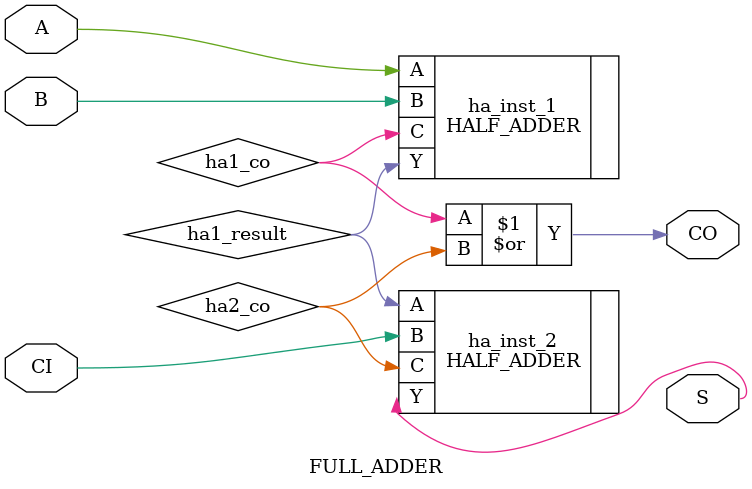
<source format=v>
`include "prj_definition.v"

module FULL_ADDER(S,CO,A,B, CI);
output S,CO;
input A,B, CI;

// Task 1: Create wires
wire ha1_result; // Half adder 1 operand
wire ha1_co; // Half adder 1 carry out
wire ha2_co; // Half adder 2 carry out
// Task 2: Instantiate 2 half adders and connect them
HALF_ADDER ha_inst_1(.Y(ha1_result), .C(ha1_co), .A(A), .B(B));
HALF_ADDER ha_inst_2(.Y(S), .C(ha2_co), .A(ha1_result), .B(CI));
// Task 3: Calculate carry out: CO = (ha1_co || ha2_co)
or or_inst(CO, ha1_co, ha2_co);
endmodule

</source>
